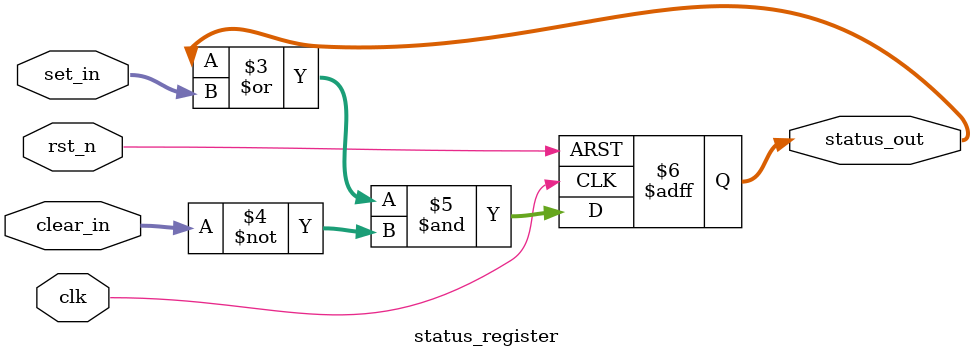
<source format=sv>
module reset_status_register_vr(
    input                     clk,
    input                     global_rst_n,

    // Valid-Ready handshake for input side
    input                     input_valid,
    output                    input_ready,
    input      [5:0]          reset_inputs_n,  // Active low inputs
    input      [5:0]          status_clear,

    // Valid-Ready handshake for output side
    output reg                output_valid,
    input                     output_ready,
    output reg [5:0]          reset_status
);

    // Internal signals
    wire   [5:0] active_resets;
    wire   [5:0] rising_edge_resets;
    wire   [5:0] status_reg_out;

    // Internal handshake registers
    reg           input_accepted;
    reg  [5:0]    reset_inputs_n_reg;
    reg  [5:0]    status_clear_reg;

    // Input handshake logic
    assign input_ready = !input_accepted;

    always @(posedge clk or negedge global_rst_n) begin
        if (!global_rst_n) begin
            input_accepted     <= 1'b0;
            reset_inputs_n_reg <= 6'd0;
            status_clear_reg   <= 6'd0;
        end else if (input_valid && input_ready) begin
            input_accepted     <= 1'b1;
            reset_inputs_n_reg <= reset_inputs_n;
            status_clear_reg   <= status_clear;
        end else if (output_valid && output_ready) begin
            input_accepted     <= 1'b0;
        end
    end

    // Submodule: Active low to active high reset conversion
    active_reset_detector #(
        .WIDTH(6)
    ) u_active_reset_detector (
        .reset_inputs_n   (reset_inputs_n_reg),
        .active_resets    (active_resets)
    );

    // Submodule: Detect rising edge of reset signals
    rising_edge_detector #(
        .WIDTH(6)
    ) u_rising_edge_detector (
        .clk              (clk),
        .rst_n            (global_rst_n),
        .signal_in        (active_resets),
        .rising_edge      (rising_edge_resets)
    );

    // Submodule: Status register with clear and set logic
    status_register #(
        .WIDTH(6)
    ) u_status_register (
        .clk              (clk),
        .rst_n            (global_rst_n),
        .set_in           (rising_edge_resets),
        .clear_in         (status_clear_reg),
        .status_out       (status_reg_out)
    );

    // Output handshake logic
    always @(posedge clk or negedge global_rst_n) begin
        if (!global_rst_n) begin
            output_valid  <= 1'b0;
            reset_status  <= 6'd0;
        end else if (input_accepted && !output_valid) begin
            output_valid  <= 1'b1;
            reset_status  <= status_reg_out;
        end else if (output_valid && output_ready) begin
            output_valid  <= 1'b0;
        end
    end

endmodule

// -----------------------------------------------------------------------------
// Submodule: active_reset_detector
// Converts active low reset inputs to active high signals
// -----------------------------------------------------------------------------
module active_reset_detector #(
    parameter WIDTH = 6
)(
    input  [WIDTH-1:0] reset_inputs_n,
    output [WIDTH-1:0] active_resets
);
    assign active_resets = ~reset_inputs_n;
endmodule

// -----------------------------------------------------------------------------
// Submodule: rising_edge_detector
// Detects rising edges on each bit of the input signal
// -----------------------------------------------------------------------------
module rising_edge_detector #(
    parameter WIDTH = 6
)(
    input                   clk,
    input                   rst_n,
    input  [WIDTH-1:0]      signal_in,
    output reg [WIDTH-1:0]  rising_edge
);
    reg [WIDTH-1:0] prev_signal;

    always @(posedge clk or negedge rst_n) begin
        if (!rst_n) begin
            prev_signal <= {WIDTH{1'b0}};
            rising_edge <= {WIDTH{1'b0}};
        end else begin
            rising_edge <= signal_in & ~prev_signal;
            prev_signal <= signal_in;
        end
    end
endmodule

// -----------------------------------------------------------------------------
// Submodule: status_register
// Latches status bits on set, clears on clear input
// -----------------------------------------------------------------------------
module status_register #(
    parameter WIDTH = 6
)(
    input                   clk,
    input                   rst_n,
    input  [WIDTH-1:0]      set_in,
    input  [WIDTH-1:0]      clear_in,
    output reg [WIDTH-1:0]  status_out
);
    always @(posedge clk or negedge rst_n) begin
        if (!rst_n) begin
            status_out <= {WIDTH{1'b0}};
        end else begin
            status_out <= (status_out | set_in) & ~clear_in;
        end
    end
endmodule
</source>
